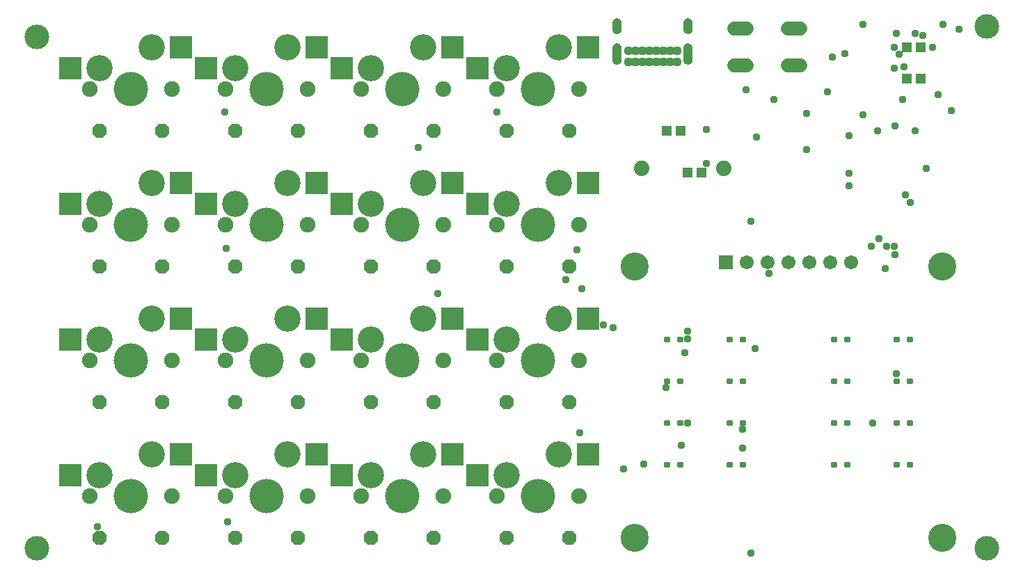
<source format=gbr>
G04 EAGLE Gerber RS-274X export*
G75*
%MOMM*%
%FSLAX34Y34*%
%LPD*%
%INSoldermask Bottom*%
%IPPOS*%
%AMOC8*
5,1,8,0,0,1.08239X$1,22.5*%
G01*
%ADD10C,3.003200*%
%ADD11R,1.303200X1.203200*%
%ADD12R,1.711200X1.711200*%
%ADD13C,1.711200*%
%ADD14C,3.419200*%
%ADD15C,1.111200*%
%ADD16C,3.203200*%
%ADD17R,2.753200X2.703200*%
%ADD18C,1.727200*%
%ADD19C,1.879600*%
%ADD20P,2.655319X8X22.500000*%
%ADD21P,1.852186X8X22.500000*%
%ADD22C,4.191000*%
%ADD23C,1.903200*%
%ADD24C,0.241278*%
%ADD25C,0.959600*%

G36*
X732528Y613657D02*
X732528Y613657D01*
X732533Y613662D01*
X732537Y613659D01*
X733569Y613972D01*
X733573Y613977D01*
X733578Y613975D01*
X734529Y614483D01*
X734532Y614490D01*
X734537Y614489D01*
X735370Y615173D01*
X735372Y615180D01*
X735377Y615180D01*
X736061Y616013D01*
X736061Y616020D01*
X736067Y616021D01*
X736575Y616972D01*
X736574Y616979D01*
X736578Y616981D01*
X736891Y618013D01*
X736890Y618017D01*
X736892Y618019D01*
X736891Y618021D01*
X736893Y618022D01*
X736999Y619095D01*
X736997Y619098D01*
X736999Y619100D01*
X736999Y634100D01*
X736997Y634103D01*
X736999Y634105D01*
X736893Y635178D01*
X736888Y635183D01*
X736891Y635187D01*
X736578Y636219D01*
X736573Y636223D01*
X736575Y636228D01*
X736067Y637179D01*
X736060Y637182D01*
X736061Y637187D01*
X735377Y638020D01*
X735370Y638022D01*
X735370Y638027D01*
X734537Y638711D01*
X734530Y638711D01*
X734529Y638717D01*
X733578Y639225D01*
X733571Y639224D01*
X733569Y639228D01*
X732537Y639541D01*
X732531Y639539D01*
X732528Y639543D01*
X731455Y639649D01*
X731449Y639645D01*
X731445Y639649D01*
X730372Y639543D01*
X730367Y639538D01*
X730363Y639541D01*
X729331Y639228D01*
X729327Y639223D01*
X729322Y639225D01*
X728371Y638717D01*
X728368Y638710D01*
X728363Y638711D01*
X727530Y638027D01*
X727528Y638020D01*
X727523Y638020D01*
X726839Y637187D01*
X726839Y637180D01*
X726833Y637179D01*
X726325Y636228D01*
X726326Y636222D01*
X726322Y636219D01*
X726009Y635187D01*
X726009Y635186D01*
X726008Y635185D01*
X726011Y635181D01*
X726007Y635178D01*
X725901Y634105D01*
X725903Y634102D01*
X725901Y634100D01*
X725901Y619100D01*
X725903Y619097D01*
X725901Y619095D01*
X726007Y618022D01*
X726012Y618017D01*
X726009Y618013D01*
X726322Y616981D01*
X726327Y616977D01*
X726325Y616972D01*
X726833Y616021D01*
X726840Y616018D01*
X726839Y616013D01*
X727523Y615180D01*
X727530Y615178D01*
X727530Y615173D01*
X728363Y614489D01*
X728370Y614489D01*
X728371Y614483D01*
X729322Y613975D01*
X729329Y613976D01*
X729331Y613972D01*
X730363Y613659D01*
X730370Y613661D01*
X730372Y613657D01*
X731445Y613551D01*
X731451Y613555D01*
X731455Y613551D01*
X732528Y613657D01*
G37*
G36*
X819028Y613657D02*
X819028Y613657D01*
X819033Y613662D01*
X819037Y613659D01*
X820069Y613972D01*
X820073Y613977D01*
X820078Y613975D01*
X821029Y614483D01*
X821032Y614490D01*
X821037Y614489D01*
X821870Y615173D01*
X821872Y615180D01*
X821877Y615180D01*
X822561Y616013D01*
X822561Y616020D01*
X822567Y616021D01*
X823075Y616972D01*
X823074Y616979D01*
X823078Y616981D01*
X823391Y618013D01*
X823390Y618017D01*
X823392Y618019D01*
X823391Y618021D01*
X823393Y618022D01*
X823499Y619095D01*
X823497Y619098D01*
X823499Y619100D01*
X823499Y634100D01*
X823497Y634103D01*
X823499Y634105D01*
X823393Y635178D01*
X823388Y635183D01*
X823391Y635187D01*
X823078Y636219D01*
X823073Y636223D01*
X823075Y636228D01*
X822567Y637179D01*
X822560Y637182D01*
X822561Y637187D01*
X821877Y638020D01*
X821870Y638022D01*
X821870Y638027D01*
X821037Y638711D01*
X821030Y638711D01*
X821029Y638717D01*
X820078Y639225D01*
X820071Y639224D01*
X820069Y639228D01*
X819037Y639541D01*
X819031Y639539D01*
X819028Y639543D01*
X817955Y639649D01*
X817949Y639645D01*
X817945Y639649D01*
X816872Y639543D01*
X816867Y639538D01*
X816863Y639541D01*
X815831Y639228D01*
X815827Y639223D01*
X815822Y639225D01*
X814871Y638717D01*
X814868Y638710D01*
X814863Y638711D01*
X814030Y638027D01*
X814028Y638020D01*
X814023Y638020D01*
X813339Y637187D01*
X813339Y637180D01*
X813333Y637179D01*
X812825Y636228D01*
X812826Y636222D01*
X812822Y636219D01*
X812509Y635187D01*
X812509Y635186D01*
X812508Y635185D01*
X812511Y635181D01*
X812507Y635178D01*
X812401Y634105D01*
X812403Y634102D01*
X812401Y634100D01*
X812401Y619100D01*
X812403Y619097D01*
X812401Y619095D01*
X812507Y618022D01*
X812512Y618017D01*
X812509Y618013D01*
X812822Y616981D01*
X812827Y616977D01*
X812825Y616972D01*
X813333Y616021D01*
X813340Y616018D01*
X813339Y616013D01*
X814023Y615180D01*
X814030Y615178D01*
X814030Y615173D01*
X814863Y614489D01*
X814870Y614489D01*
X814871Y614483D01*
X815822Y613975D01*
X815829Y613976D01*
X815831Y613972D01*
X816863Y613659D01*
X816870Y613661D01*
X816872Y613657D01*
X817945Y613551D01*
X817951Y613555D01*
X817955Y613551D01*
X819028Y613657D01*
G37*
G36*
X732528Y650957D02*
X732528Y650957D01*
X732533Y650962D01*
X732537Y650959D01*
X733569Y651272D01*
X733573Y651277D01*
X733578Y651275D01*
X734529Y651783D01*
X734532Y651790D01*
X734537Y651789D01*
X735370Y652473D01*
X735372Y652480D01*
X735377Y652480D01*
X736061Y653313D01*
X736061Y653320D01*
X736067Y653321D01*
X736575Y654272D01*
X736574Y654279D01*
X736578Y654281D01*
X736891Y655313D01*
X736890Y655317D01*
X736892Y655319D01*
X736891Y655321D01*
X736893Y655322D01*
X736999Y656395D01*
X736997Y656398D01*
X736999Y656400D01*
X736999Y664400D01*
X736997Y664403D01*
X736999Y664405D01*
X736893Y665478D01*
X736888Y665483D01*
X736891Y665487D01*
X736578Y666519D01*
X736573Y666523D01*
X736575Y666528D01*
X736067Y667479D01*
X736060Y667482D01*
X736061Y667487D01*
X735377Y668320D01*
X735370Y668322D01*
X735370Y668327D01*
X734537Y669011D01*
X734530Y669011D01*
X734529Y669017D01*
X733578Y669525D01*
X733571Y669524D01*
X733569Y669528D01*
X732537Y669841D01*
X732531Y669839D01*
X732528Y669843D01*
X731455Y669949D01*
X731449Y669945D01*
X731445Y669949D01*
X730372Y669843D01*
X730367Y669838D01*
X730363Y669841D01*
X729331Y669528D01*
X729327Y669523D01*
X729322Y669525D01*
X728371Y669017D01*
X728368Y669010D01*
X728363Y669011D01*
X727530Y668327D01*
X727528Y668320D01*
X727523Y668320D01*
X726839Y667487D01*
X726839Y667480D01*
X726833Y667479D01*
X726325Y666528D01*
X726326Y666526D01*
X726325Y666526D01*
X726326Y666525D01*
X726326Y666521D01*
X726322Y666519D01*
X726009Y665487D01*
X726011Y665481D01*
X726007Y665478D01*
X725901Y664405D01*
X725903Y664402D01*
X725901Y664400D01*
X725901Y656400D01*
X725903Y656397D01*
X725901Y656395D01*
X726007Y655322D01*
X726012Y655317D01*
X726009Y655313D01*
X726322Y654281D01*
X726327Y654277D01*
X726325Y654272D01*
X726833Y653321D01*
X726840Y653318D01*
X726839Y653313D01*
X727523Y652480D01*
X727530Y652478D01*
X727530Y652473D01*
X728363Y651789D01*
X728370Y651789D01*
X728371Y651783D01*
X729322Y651275D01*
X729329Y651276D01*
X729331Y651272D01*
X730363Y650959D01*
X730370Y650961D01*
X730372Y650957D01*
X731445Y650851D01*
X731451Y650855D01*
X731455Y650851D01*
X732528Y650957D01*
G37*
G36*
X819028Y650957D02*
X819028Y650957D01*
X819033Y650962D01*
X819037Y650959D01*
X820069Y651272D01*
X820073Y651277D01*
X820078Y651275D01*
X821029Y651783D01*
X821032Y651790D01*
X821037Y651789D01*
X821870Y652473D01*
X821872Y652480D01*
X821877Y652480D01*
X822561Y653313D01*
X822561Y653320D01*
X822567Y653321D01*
X823075Y654272D01*
X823074Y654279D01*
X823078Y654281D01*
X823391Y655313D01*
X823390Y655317D01*
X823392Y655319D01*
X823391Y655321D01*
X823393Y655322D01*
X823499Y656395D01*
X823497Y656398D01*
X823499Y656400D01*
X823499Y664400D01*
X823497Y664403D01*
X823499Y664405D01*
X823393Y665478D01*
X823388Y665483D01*
X823391Y665487D01*
X823078Y666519D01*
X823073Y666523D01*
X823075Y666528D01*
X822567Y667479D01*
X822560Y667482D01*
X822561Y667487D01*
X821877Y668320D01*
X821870Y668322D01*
X821870Y668327D01*
X821037Y669011D01*
X821030Y669011D01*
X821029Y669017D01*
X820078Y669525D01*
X820071Y669524D01*
X820069Y669528D01*
X819037Y669841D01*
X819031Y669839D01*
X819028Y669843D01*
X817955Y669949D01*
X817949Y669945D01*
X817945Y669949D01*
X816872Y669843D01*
X816867Y669838D01*
X816863Y669841D01*
X815831Y669528D01*
X815827Y669523D01*
X815822Y669525D01*
X814871Y669017D01*
X814868Y669010D01*
X814863Y669011D01*
X814030Y668327D01*
X814028Y668320D01*
X814023Y668320D01*
X813339Y667487D01*
X813339Y667480D01*
X813333Y667479D01*
X812825Y666528D01*
X812826Y666526D01*
X812825Y666526D01*
X812826Y666525D01*
X812826Y666521D01*
X812822Y666519D01*
X812509Y665487D01*
X812511Y665481D01*
X812507Y665478D01*
X812401Y664405D01*
X812403Y664402D01*
X812401Y664400D01*
X812401Y656400D01*
X812403Y656397D01*
X812401Y656395D01*
X812507Y655322D01*
X812512Y655317D01*
X812509Y655313D01*
X812822Y654281D01*
X812827Y654277D01*
X812825Y654272D01*
X813333Y653321D01*
X813340Y653318D01*
X813339Y653313D01*
X814023Y652480D01*
X814030Y652478D01*
X814030Y652473D01*
X814863Y651789D01*
X814870Y651789D01*
X814871Y651783D01*
X815822Y651275D01*
X815829Y651276D01*
X815831Y651272D01*
X816863Y650959D01*
X816870Y650961D01*
X816872Y650957D01*
X817945Y650851D01*
X817951Y650855D01*
X817955Y650851D01*
X819028Y650957D01*
G37*
D10*
X25400Y647700D03*
X25400Y25400D03*
X1181100Y660400D03*
X1181100Y25400D03*
D11*
X1100700Y635000D03*
X1083700Y635000D03*
X808600Y533400D03*
X791600Y533400D03*
X1100700Y596900D03*
X1083700Y596900D03*
X834000Y482600D03*
X817000Y482600D03*
D12*
X863600Y373200D03*
D13*
X889000Y373200D03*
X914400Y373200D03*
X939800Y373200D03*
X965200Y373200D03*
X990600Y373200D03*
X1016000Y373200D03*
D14*
X752800Y368200D03*
X1126800Y368200D03*
X752800Y38200D03*
X1126800Y38200D03*
D15*
X804450Y616800D03*
X795950Y616800D03*
X787450Y616800D03*
X778950Y616800D03*
X770450Y616800D03*
X761950Y616800D03*
X753450Y616800D03*
X744950Y616800D03*
X744950Y630300D03*
X753450Y630300D03*
X761950Y630300D03*
X770450Y630300D03*
X778950Y630300D03*
X787450Y630300D03*
X795950Y630300D03*
X804450Y630300D03*
D16*
X101600Y609600D03*
X165100Y635000D03*
D17*
X200600Y635000D03*
X66100Y609600D03*
D16*
X431800Y279400D03*
X495300Y304800D03*
D17*
X530800Y304800D03*
X396300Y279400D03*
D16*
X431800Y114300D03*
X495300Y139700D03*
D17*
X530800Y139700D03*
X396300Y114300D03*
D16*
X596900Y609600D03*
X660400Y635000D03*
D17*
X695900Y635000D03*
X561400Y609600D03*
D16*
X596900Y444500D03*
X660400Y469900D03*
D17*
X695900Y469900D03*
X561400Y444500D03*
D16*
X596900Y279400D03*
X660400Y304800D03*
D17*
X695900Y304800D03*
X561400Y279400D03*
D16*
X596900Y114300D03*
X660400Y139700D03*
D17*
X695900Y139700D03*
X561400Y114300D03*
D18*
X874268Y657606D02*
X889508Y657606D01*
X889508Y612394D02*
X874268Y612394D01*
X939292Y657606D02*
X954532Y657606D01*
X954532Y612394D02*
X939292Y612394D01*
D16*
X101600Y444500D03*
X165100Y469900D03*
D17*
X200600Y469900D03*
X66100Y444500D03*
D16*
X101600Y279400D03*
X165100Y304800D03*
D17*
X200600Y304800D03*
X66100Y279400D03*
D16*
X266700Y609600D03*
X330200Y635000D03*
D17*
X365700Y635000D03*
X231200Y609600D03*
D16*
X266700Y444500D03*
X330200Y469900D03*
D17*
X365700Y469900D03*
X231200Y444500D03*
D16*
X101600Y114300D03*
X165100Y139700D03*
D17*
X200600Y139700D03*
X66100Y114300D03*
D16*
X266700Y279400D03*
X330200Y304800D03*
D17*
X365700Y304800D03*
X231200Y279400D03*
D16*
X266700Y114300D03*
X330200Y139700D03*
D17*
X365700Y139700D03*
X231200Y114300D03*
D16*
X431800Y609600D03*
X495300Y635000D03*
D17*
X530800Y635000D03*
X396300Y609600D03*
D16*
X431800Y444500D03*
X495300Y469900D03*
D17*
X530800Y469900D03*
X396300Y444500D03*
D19*
X761530Y487680D03*
X861530Y487680D03*
D20*
X164800Y635000D03*
X101600Y609600D03*
D21*
X101600Y533400D03*
X177800Y533400D03*
D22*
X139700Y584200D03*
D23*
X189700Y584200D03*
X89700Y584200D03*
D20*
X164800Y469900D03*
X101600Y444500D03*
D21*
X101600Y368300D03*
X177800Y368300D03*
D22*
X139700Y419100D03*
D23*
X189700Y419100D03*
X89700Y419100D03*
D20*
X164800Y304800D03*
X101600Y279400D03*
D21*
X101600Y203200D03*
X177800Y203200D03*
D22*
X139700Y254000D03*
D23*
X189700Y254000D03*
X89700Y254000D03*
D20*
X164800Y139700D03*
X101600Y114300D03*
D21*
X101600Y38100D03*
X177800Y38100D03*
D22*
X139700Y88900D03*
D23*
X189700Y88900D03*
X89700Y88900D03*
D20*
X329900Y304800D03*
X266700Y279400D03*
D21*
X266700Y203200D03*
X342900Y203200D03*
D22*
X304800Y254000D03*
D23*
X354800Y254000D03*
X254800Y254000D03*
D20*
X495000Y304800D03*
X431800Y279400D03*
D21*
X431800Y203200D03*
X508000Y203200D03*
D22*
X469900Y254000D03*
D23*
X519900Y254000D03*
X419900Y254000D03*
D20*
X329900Y139700D03*
X266700Y114300D03*
D21*
X266700Y38100D03*
X342900Y38100D03*
D22*
X304800Y88900D03*
D23*
X354800Y88900D03*
X254800Y88900D03*
D20*
X495000Y139700D03*
X431800Y114300D03*
D21*
X431800Y38100D03*
X508000Y38100D03*
D22*
X469900Y88900D03*
D23*
X519900Y88900D03*
X419900Y88900D03*
D20*
X660100Y635000D03*
X596900Y609600D03*
D21*
X596900Y533400D03*
X673100Y533400D03*
D22*
X635000Y584200D03*
D23*
X685000Y584200D03*
X585000Y584200D03*
D20*
X660100Y304800D03*
X596900Y279400D03*
D21*
X596900Y203200D03*
X673100Y203200D03*
D22*
X635000Y254000D03*
D23*
X685000Y254000D03*
X585000Y254000D03*
D20*
X660100Y469900D03*
X596900Y444500D03*
D21*
X596900Y368300D03*
X673100Y368300D03*
D22*
X635000Y419100D03*
D23*
X685000Y419100D03*
X585000Y419100D03*
D20*
X660100Y139700D03*
X596900Y114300D03*
D21*
X596900Y38100D03*
X673100Y38100D03*
D22*
X635000Y88900D03*
D23*
X685000Y88900D03*
X585000Y88900D03*
D20*
X329900Y635000D03*
X266700Y609600D03*
D21*
X266700Y533400D03*
X342900Y533400D03*
D22*
X304800Y584200D03*
D23*
X354800Y584200D03*
X254800Y584200D03*
D20*
X495000Y635000D03*
X431800Y609600D03*
D21*
X431800Y533400D03*
X508000Y533400D03*
D22*
X469900Y584200D03*
D23*
X519900Y584200D03*
X419900Y584200D03*
D20*
X329900Y469900D03*
X266700Y444500D03*
D21*
X266700Y368300D03*
X342900Y368300D03*
D22*
X304800Y419100D03*
D23*
X354800Y419100D03*
X254800Y419100D03*
D20*
X495000Y469900D03*
X431800Y444500D03*
D21*
X431800Y368300D03*
X508000Y368300D03*
D22*
X469900Y419100D03*
D23*
X519900Y419100D03*
X419900Y419100D03*
D24*
X805640Y281210D02*
X810560Y281210D01*
X810560Y277590D01*
X805640Y277590D01*
X805640Y281210D01*
X805640Y279882D02*
X810560Y279882D01*
X794560Y281210D02*
X789640Y281210D01*
X794560Y281210D02*
X794560Y277590D01*
X789640Y277590D01*
X789640Y281210D01*
X789640Y279882D02*
X794560Y279882D01*
X805640Y230410D02*
X810560Y230410D01*
X810560Y226790D01*
X805640Y226790D01*
X805640Y230410D01*
X805640Y229082D02*
X810560Y229082D01*
X794560Y230410D02*
X789640Y230410D01*
X794560Y230410D02*
X794560Y226790D01*
X789640Y226790D01*
X789640Y230410D01*
X789640Y229082D02*
X794560Y229082D01*
X805640Y179610D02*
X810560Y179610D01*
X810560Y175990D01*
X805640Y175990D01*
X805640Y179610D01*
X805640Y178282D02*
X810560Y178282D01*
X794560Y179610D02*
X789640Y179610D01*
X794560Y179610D02*
X794560Y175990D01*
X789640Y175990D01*
X789640Y179610D01*
X789640Y178282D02*
X794560Y178282D01*
X805640Y128810D02*
X810560Y128810D01*
X810560Y125190D01*
X805640Y125190D01*
X805640Y128810D01*
X805640Y127482D02*
X810560Y127482D01*
X794560Y128810D02*
X789640Y128810D01*
X794560Y128810D02*
X794560Y125190D01*
X789640Y125190D01*
X789640Y128810D01*
X789640Y127482D02*
X794560Y127482D01*
X881840Y281210D02*
X886760Y281210D01*
X886760Y277590D01*
X881840Y277590D01*
X881840Y281210D01*
X881840Y279882D02*
X886760Y279882D01*
X870760Y281210D02*
X865840Y281210D01*
X870760Y281210D02*
X870760Y277590D01*
X865840Y277590D01*
X865840Y281210D01*
X865840Y279882D02*
X870760Y279882D01*
X881840Y230410D02*
X886760Y230410D01*
X886760Y226790D01*
X881840Y226790D01*
X881840Y230410D01*
X881840Y229082D02*
X886760Y229082D01*
X870760Y230410D02*
X865840Y230410D01*
X870760Y230410D02*
X870760Y226790D01*
X865840Y226790D01*
X865840Y230410D01*
X865840Y229082D02*
X870760Y229082D01*
X881840Y179610D02*
X886760Y179610D01*
X886760Y175990D01*
X881840Y175990D01*
X881840Y179610D01*
X881840Y178282D02*
X886760Y178282D01*
X870760Y179610D02*
X865840Y179610D01*
X870760Y179610D02*
X870760Y175990D01*
X865840Y175990D01*
X865840Y179610D01*
X865840Y178282D02*
X870760Y178282D01*
X881840Y128810D02*
X886760Y128810D01*
X886760Y125190D01*
X881840Y125190D01*
X881840Y128810D01*
X881840Y127482D02*
X886760Y127482D01*
X870760Y128810D02*
X865840Y128810D01*
X870760Y128810D02*
X870760Y125190D01*
X865840Y125190D01*
X865840Y128810D01*
X865840Y127482D02*
X870760Y127482D01*
X1008840Y281210D02*
X1013760Y281210D01*
X1013760Y277590D01*
X1008840Y277590D01*
X1008840Y281210D01*
X1008840Y279882D02*
X1013760Y279882D01*
X997760Y281210D02*
X992840Y281210D01*
X997760Y281210D02*
X997760Y277590D01*
X992840Y277590D01*
X992840Y281210D01*
X992840Y279882D02*
X997760Y279882D01*
X1008840Y230410D02*
X1013760Y230410D01*
X1013760Y226790D01*
X1008840Y226790D01*
X1008840Y230410D01*
X1008840Y229082D02*
X1013760Y229082D01*
X997760Y230410D02*
X992840Y230410D01*
X997760Y230410D02*
X997760Y226790D01*
X992840Y226790D01*
X992840Y230410D01*
X992840Y229082D02*
X997760Y229082D01*
X1008840Y179610D02*
X1013760Y179610D01*
X1013760Y175990D01*
X1008840Y175990D01*
X1008840Y179610D01*
X1008840Y178282D02*
X1013760Y178282D01*
X997760Y179610D02*
X992840Y179610D01*
X997760Y179610D02*
X997760Y175990D01*
X992840Y175990D01*
X992840Y179610D01*
X992840Y178282D02*
X997760Y178282D01*
X1008840Y128810D02*
X1013760Y128810D01*
X1013760Y125190D01*
X1008840Y125190D01*
X1008840Y128810D01*
X1008840Y127482D02*
X1013760Y127482D01*
X997760Y128810D02*
X992840Y128810D01*
X997760Y128810D02*
X997760Y125190D01*
X992840Y125190D01*
X992840Y128810D01*
X992840Y127482D02*
X997760Y127482D01*
X1085040Y281210D02*
X1089960Y281210D01*
X1089960Y277590D01*
X1085040Y277590D01*
X1085040Y281210D01*
X1085040Y279882D02*
X1089960Y279882D01*
X1073960Y281210D02*
X1069040Y281210D01*
X1073960Y281210D02*
X1073960Y277590D01*
X1069040Y277590D01*
X1069040Y281210D01*
X1069040Y279882D02*
X1073960Y279882D01*
X1085040Y230410D02*
X1089960Y230410D01*
X1089960Y226790D01*
X1085040Y226790D01*
X1085040Y230410D01*
X1085040Y229082D02*
X1089960Y229082D01*
X1073960Y230410D02*
X1069040Y230410D01*
X1073960Y230410D02*
X1073960Y226790D01*
X1069040Y226790D01*
X1069040Y230410D01*
X1069040Y229082D02*
X1073960Y229082D01*
X1085040Y179610D02*
X1089960Y179610D01*
X1089960Y175990D01*
X1085040Y175990D01*
X1085040Y179610D01*
X1085040Y178282D02*
X1089960Y178282D01*
X1073960Y179610D02*
X1069040Y179610D01*
X1073960Y179610D02*
X1073960Y175990D01*
X1069040Y175990D01*
X1069040Y179610D01*
X1069040Y178282D02*
X1073960Y178282D01*
X1085040Y128810D02*
X1089960Y128810D01*
X1089960Y125190D01*
X1085040Y125190D01*
X1085040Y128810D01*
X1085040Y127482D02*
X1089960Y127482D01*
X1073960Y128810D02*
X1069040Y128810D01*
X1073960Y128810D02*
X1073960Y125190D01*
X1069040Y125190D01*
X1069040Y128810D01*
X1069040Y127482D02*
X1073960Y127482D01*
D25*
X809244Y150368D03*
X816864Y177800D03*
X816864Y279908D03*
X1103376Y648716D03*
X1059180Y392684D03*
X1074420Y625856D03*
X1050036Y401828D03*
X1040892Y392684D03*
X682752Y388112D03*
X489204Y513080D03*
X726948Y293624D03*
X669036Y351536D03*
X790956Y220472D03*
X688848Y340868D03*
X763524Y127508D03*
X99060Y51308D03*
X739140Y121412D03*
X254508Y555752D03*
X685800Y165608D03*
X256032Y389636D03*
X714756Y296672D03*
X513588Y334772D03*
X816864Y289052D03*
X257556Y57404D03*
X1042416Y177800D03*
X813816Y263144D03*
X1071372Y237236D03*
X894588Y19304D03*
X915924Y359156D03*
X585216Y555752D03*
X1013460Y481076D03*
X1057656Y365252D03*
X1030224Y662432D03*
X1127760Y662432D03*
X961644Y554228D03*
X961644Y510032D03*
X1013460Y526796D03*
X1121664Y577088D03*
X1088136Y446024D03*
X1030224Y552704D03*
X1094232Y532892D03*
X993648Y622808D03*
X1082040Y455168D03*
X1048512Y532892D03*
X883920Y147320D03*
X883920Y170180D03*
X1094232Y651764D03*
X1068324Y392684D03*
X1071372Y651764D03*
X1068324Y609092D03*
X1115568Y635000D03*
X1080516Y610616D03*
X839724Y493268D03*
X839724Y534416D03*
X922020Y570992D03*
X894588Y423164D03*
X900684Y525272D03*
X1068324Y635000D03*
X1008888Y627380D03*
X1078992Y570992D03*
X987552Y580136D03*
X1069848Y538988D03*
X888492Y583184D03*
X1138428Y557276D03*
X1107948Y487172D03*
X1013460Y465836D03*
X1147572Y656336D03*
X1069848Y382016D03*
X899160Y267716D03*
M02*

</source>
